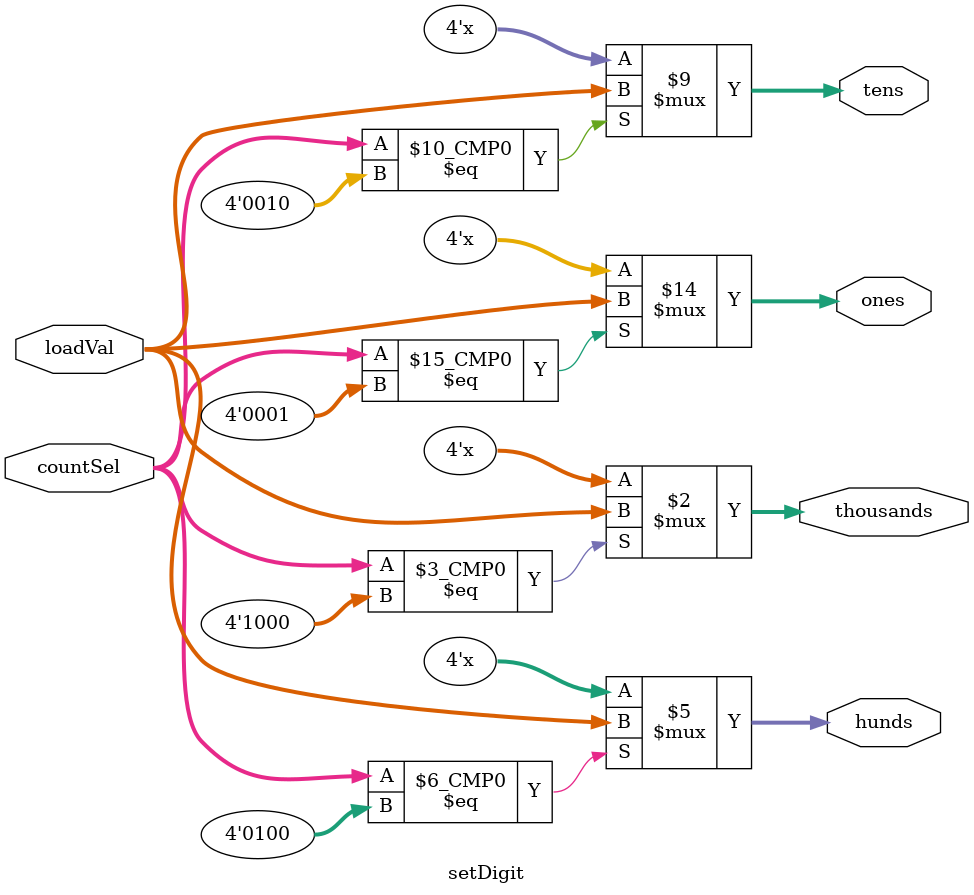
<source format=v>
`timescale 1ns / 1ps
module setDigit(
    input [3:0] countSel, loadVal,
    output reg [3:0] ones, tens, hunds, thousands
);

always @ (countSel) begin
    case(countSel)
    4'b0001: ones <= loadVal;
    4'b0010: tens <= loadVal;
    4'b0100: hunds <= loadVal;
    4'b1000: thousands <= loadVal;
    endcase
end
endmodule

</source>
